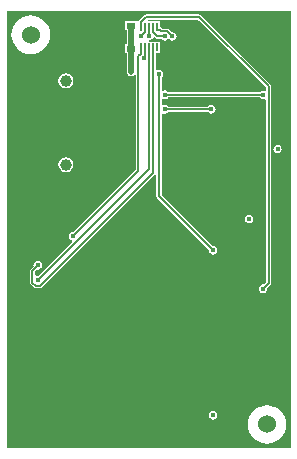
<source format=gbl>
G04*
G04 #@! TF.GenerationSoftware,Altium Limited,Altium Designer,19.0.11 (319)*
G04*
G04 Layer_Physical_Order=4*
G04 Layer_Color=16711680*
%FSLAX44Y44*%
%MOMM*%
G71*
G01*
G75*
%ADD12C,0.2000*%
%ADD44C,0.5000*%
%ADD46C,0.1800*%
%ADD47C,1.5240*%
%ADD48C,0.6000*%
%ADD49C,0.4500*%
%ADD50C,1.0000*%
%ADD57R,0.1800X0.6900*%
%ADD58R,0.7300X0.4900*%
G36*
X240000Y0D02*
X0D01*
Y370000D01*
X240000D01*
Y0D01*
D02*
G37*
%LPC*%
G36*
X162750Y367212D02*
X117190D01*
X116343Y367044D01*
X115625Y366564D01*
X111435Y362375D01*
X111053Y361802D01*
X110132Y361532D01*
X109722Y361470D01*
X109560Y361470D01*
X105623D01*
X105000Y361594D01*
X104377Y361470D01*
X100080D01*
Y354030D01*
X101156D01*
Y341970D01*
X100080D01*
Y334530D01*
X101156D01*
Y329750D01*
Y318750D01*
X101449Y317279D01*
X102282Y316032D01*
X103529Y315199D01*
X105000Y314906D01*
X106471Y315199D01*
X107598Y315951D01*
X108163Y315813D01*
X108868Y315466D01*
Y235657D01*
X56134Y182923D01*
X55750Y182999D01*
X54377Y182726D01*
X53212Y181948D01*
X52434Y180784D01*
X52161Y179410D01*
X52434Y178037D01*
X53212Y176872D01*
X54377Y176094D01*
X54946Y175981D01*
X55364Y174603D01*
X26324Y145563D01*
X25940Y145639D01*
X24903Y145433D01*
X23633Y146153D01*
Y149313D01*
X25556Y151237D01*
X25940Y151161D01*
X27313Y151434D01*
X28478Y152212D01*
X29256Y153377D01*
X29529Y154750D01*
X29256Y156123D01*
X28478Y157288D01*
X27313Y158066D01*
X25940Y158339D01*
X24567Y158066D01*
X23402Y157288D01*
X22624Y156123D01*
X22351Y154750D01*
X22427Y154366D01*
X19856Y151795D01*
X19376Y151077D01*
X19207Y150230D01*
Y140178D01*
X19376Y139331D01*
X19856Y138613D01*
X22503Y135965D01*
X23221Y135486D01*
X24068Y135317D01*
X27812D01*
X28659Y135486D01*
X29377Y135965D01*
X125064Y231653D01*
X125166Y231805D01*
X126435Y231419D01*
Y213160D01*
X126612Y212274D01*
X127113Y211523D01*
X170924Y167713D01*
X170871Y167450D01*
X171144Y166077D01*
X171922Y164912D01*
X173087Y164134D01*
X174460Y163861D01*
X175833Y164134D01*
X176998Y164912D01*
X177776Y166077D01*
X178049Y167450D01*
X177776Y168823D01*
X176998Y169988D01*
X175833Y170766D01*
X174460Y171039D01*
X174197Y170987D01*
X131065Y214119D01*
Y282784D01*
X132334Y283462D01*
X132377Y283434D01*
X133750Y283161D01*
X135123Y283434D01*
X136288Y284212D01*
X136437Y284436D01*
X170313D01*
X170462Y284212D01*
X171627Y283434D01*
X173000Y283161D01*
X174373Y283434D01*
X175538Y284212D01*
X176316Y285377D01*
X176589Y286750D01*
X176316Y288123D01*
X175538Y289288D01*
X174373Y290066D01*
X173000Y290339D01*
X171627Y290066D01*
X170462Y289288D01*
X170313Y289065D01*
X136437D01*
X136288Y289288D01*
X135123Y290066D01*
X133750Y290339D01*
X132377Y290066D01*
X132334Y290038D01*
X131065Y290716D01*
Y295284D01*
X132334Y295962D01*
X132377Y295934D01*
X133750Y295661D01*
X135123Y295934D01*
X136288Y296712D01*
X136437Y296936D01*
X214313D01*
X214462Y296712D01*
X215627Y295934D01*
X217000Y295661D01*
X217938Y295847D01*
X219207Y295080D01*
Y140587D01*
X217134Y138513D01*
X216750Y138589D01*
X215377Y138316D01*
X214212Y137538D01*
X213434Y136373D01*
X213161Y135000D01*
X213434Y133627D01*
X214212Y132462D01*
X215377Y131684D01*
X216750Y131411D01*
X218123Y131684D01*
X219288Y132462D01*
X220066Y133627D01*
X220339Y135000D01*
X220263Y135384D01*
X222985Y138105D01*
X223464Y138823D01*
X223633Y139670D01*
Y306330D01*
X223464Y307177D01*
X222985Y307894D01*
X164314Y366564D01*
X163597Y367044D01*
X162750Y367212D01*
D02*
G37*
G36*
X20000Y366349D02*
X16810Y366035D01*
X13744Y365104D01*
X10917Y363593D01*
X8440Y361560D01*
X6407Y359083D01*
X4896Y356256D01*
X3965Y353190D01*
X3651Y350000D01*
X3965Y346810D01*
X4896Y343744D01*
X6407Y340917D01*
X8440Y338440D01*
X10917Y336407D01*
X13744Y334896D01*
X16810Y333965D01*
X20000Y333651D01*
X23189Y333965D01*
X26256Y334896D01*
X29083Y336407D01*
X31560Y338440D01*
X33593Y340917D01*
X35104Y343744D01*
X36035Y346810D01*
X36349Y350000D01*
X36035Y353190D01*
X35104Y356256D01*
X33593Y359083D01*
X31560Y361560D01*
X29083Y363593D01*
X26256Y365104D01*
X23189Y366035D01*
X20000Y366349D01*
D02*
G37*
G36*
X49750Y317393D02*
X47304Y316906D01*
X45230Y315520D01*
X43844Y313446D01*
X43357Y311000D01*
X43844Y308554D01*
X45230Y306480D01*
X47304Y305094D01*
X49750Y304607D01*
X52196Y305094D01*
X54270Y306480D01*
X55656Y308554D01*
X56143Y311000D01*
X55656Y313446D01*
X54270Y315520D01*
X52196Y316906D01*
X49750Y317393D01*
D02*
G37*
G36*
X229000Y256589D02*
X227627Y256316D01*
X226462Y255538D01*
X225684Y254373D01*
X225411Y253000D01*
X225684Y251627D01*
X226462Y250462D01*
X227627Y249684D01*
X229000Y249411D01*
X230373Y249684D01*
X231538Y250462D01*
X232316Y251627D01*
X232589Y253000D01*
X232316Y254373D01*
X231538Y255538D01*
X230373Y256316D01*
X229000Y256589D01*
D02*
G37*
G36*
X49750Y246393D02*
X47304Y245906D01*
X45230Y244520D01*
X43844Y242446D01*
X43357Y240000D01*
X43844Y237554D01*
X45230Y235480D01*
X47304Y234094D01*
X49750Y233607D01*
X52196Y234094D01*
X54270Y235480D01*
X55656Y237554D01*
X56143Y240000D01*
X55656Y242446D01*
X54270Y244520D01*
X52196Y245906D01*
X49750Y246393D01*
D02*
G37*
G36*
X205000Y197339D02*
X203627Y197066D01*
X202462Y196288D01*
X201684Y195123D01*
X201411Y193750D01*
X201684Y192377D01*
X202462Y191212D01*
X203627Y190434D01*
X205000Y190161D01*
X206373Y190434D01*
X207538Y191212D01*
X208316Y192377D01*
X208589Y193750D01*
X208316Y195123D01*
X207538Y196288D01*
X206373Y197066D01*
X205000Y197339D01*
D02*
G37*
G36*
X174460Y31339D02*
X173087Y31066D01*
X171922Y30288D01*
X171144Y29123D01*
X170871Y27750D01*
X171144Y26377D01*
X171922Y25212D01*
X173087Y24434D01*
X174460Y24161D01*
X175833Y24434D01*
X176998Y25212D01*
X177776Y26377D01*
X178049Y27750D01*
X177776Y29123D01*
X176998Y30288D01*
X175833Y31066D01*
X174460Y31339D01*
D02*
G37*
G36*
X220000Y36349D02*
X216810Y36035D01*
X213744Y35104D01*
X210917Y33593D01*
X208440Y31560D01*
X206406Y29083D01*
X204896Y26256D01*
X203965Y23189D01*
X203651Y20000D01*
X203965Y16810D01*
X204896Y13744D01*
X206406Y10917D01*
X208440Y8440D01*
X210917Y6407D01*
X213744Y4896D01*
X216810Y3965D01*
X220000Y3651D01*
X223190Y3965D01*
X226256Y4896D01*
X229083Y6407D01*
X231560Y8440D01*
X233593Y10917D01*
X235104Y13744D01*
X236035Y16810D01*
X236349Y20000D01*
X236035Y23189D01*
X235104Y26256D01*
X233593Y29083D01*
X231560Y31560D01*
X229083Y33593D01*
X226256Y35104D01*
X223190Y36035D01*
X220000Y36349D01*
D02*
G37*
%LPD*%
G36*
X219207Y305413D02*
Y303420D01*
X217938Y302652D01*
X217000Y302839D01*
X215627Y302566D01*
X214462Y301788D01*
X214313Y301565D01*
X136437D01*
X136288Y301788D01*
X135123Y302566D01*
X133750Y302839D01*
X132377Y302566D01*
X132334Y302538D01*
X131065Y303216D01*
Y314063D01*
X131288Y314212D01*
X132066Y315377D01*
X132339Y316750D01*
X132066Y318123D01*
X131288Y319288D01*
X130123Y320066D01*
X128750Y320339D01*
X127377Y320066D01*
X126982Y319802D01*
X125712Y320481D01*
Y334530D01*
X129170D01*
Y343970D01*
X120522D01*
X120397Y345240D01*
X121373Y345434D01*
X122538Y346212D01*
X123316Y347377D01*
X123338Y347487D01*
X124716Y347906D01*
X125686Y346936D01*
X126404Y346456D01*
X127250Y346287D01*
X130745D01*
X130962Y345962D01*
X132127Y345184D01*
X133500Y344911D01*
X134873Y345184D01*
X136038Y345962D01*
X136115Y346078D01*
X137385D01*
X137462Y345962D01*
X138627Y345184D01*
X140000Y344911D01*
X141373Y345184D01*
X142538Y345962D01*
X143316Y347127D01*
X143589Y348500D01*
X143316Y349873D01*
X142538Y351038D01*
X141373Y351816D01*
X140000Y352089D01*
X139616Y352013D01*
X137144Y354484D01*
X136427Y354964D01*
X135580Y355132D01*
X131578D01*
X130946Y355765D01*
X130228Y356244D01*
X129381Y356413D01*
X129213D01*
Y356750D01*
X129170Y356964D01*
Y361470D01*
X119924D01*
X119245Y362740D01*
X119277Y362788D01*
X161833D01*
X219207Y305413D01*
D02*
G37*
D12*
X133750Y286750D02*
X173000D01*
X133750Y299250D02*
X217000D01*
X128750Y213160D02*
Y316750D01*
Y213160D02*
X174460Y167450D01*
D44*
X105000Y329750D02*
Y338250D01*
Y318750D02*
Y329750D01*
Y338250D02*
Y357750D01*
D46*
X162750Y365000D02*
X221420Y306330D01*
Y139670D02*
Y306330D01*
X216750Y135000D02*
X221420Y139670D01*
X127000Y354200D02*
X129381D01*
X111080Y331831D02*
X113000Y333751D01*
X111080Y234740D02*
Y331831D01*
X113000Y333751D02*
Y339250D01*
X123500Y233218D02*
Y339250D01*
X27812Y137530D02*
X123500Y233218D01*
X55750Y179410D02*
X111080Y234740D01*
X116500Y331000D02*
Y339250D01*
X115500Y330000D02*
X116500Y331000D01*
X120000Y348750D02*
Y356750D01*
X116500Y352250D02*
Y356750D01*
X113000Y348750D02*
X116500Y352250D01*
X113000Y348750D02*
Y348750D01*
X21420Y150230D02*
X25940Y154750D01*
X21420Y140178D02*
Y150230D01*
Y140178D02*
X24068Y137530D01*
X27812D01*
X120000Y236110D02*
Y339250D01*
X25940Y142050D02*
X120000Y236110D01*
X117190Y365000D02*
X162750D01*
X113000Y360810D02*
X117190Y365000D01*
X113000Y356750D02*
Y360810D01*
X135580Y352920D02*
X140000Y348500D01*
X130661Y352920D02*
X135580D01*
X129381Y354200D02*
X130661Y352920D01*
X123500Y352250D02*
X127250Y348500D01*
X133500D01*
X127000Y354200D02*
Y356750D01*
X123500Y352250D02*
Y356750D01*
D47*
X20000Y350000D02*
D03*
X220000Y20000D02*
D03*
D48*
X160250Y140000D02*
D03*
X150250Y40000D02*
D03*
X140250Y20000D02*
D03*
X130250Y40000D02*
D03*
X120250Y20000D02*
D03*
X110250Y40000D02*
D03*
X100250Y20000D02*
D03*
X80250Y340001D02*
D03*
X90250Y240000D02*
D03*
X80250Y220000D02*
D03*
Y180000D02*
D03*
X90250Y160000D02*
D03*
X80250Y140000D02*
D03*
X90250Y40000D02*
D03*
X80250Y20000D02*
D03*
X70250Y160000D02*
D03*
X60250Y140000D02*
D03*
Y100000D02*
D03*
Y60000D02*
D03*
X70250Y40000D02*
D03*
X60250Y20000D02*
D03*
X40250Y180000D02*
D03*
Y140000D02*
D03*
X50250Y120000D02*
D03*
X40250Y100000D02*
D03*
X50250Y80000D02*
D03*
X40250Y60000D02*
D03*
X50250Y40000D02*
D03*
D49*
X210500Y229000D02*
D03*
X192000Y213500D02*
D03*
X233000Y203250D02*
D03*
X231250Y176500D02*
D03*
X156500Y222250D02*
D03*
X191500Y263500D02*
D03*
X166500Y242446D02*
D03*
X32750Y251020D02*
D03*
X23000Y214500D02*
D03*
X226250Y315000D02*
D03*
X226000Y342000D02*
D03*
X166750Y315000D02*
D03*
X166500Y342250D02*
D03*
X230250Y137000D02*
D03*
X174460Y27750D02*
D03*
X229000Y253000D02*
D03*
X205000Y193750D02*
D03*
X105000Y329750D02*
D03*
Y318750D02*
D03*
X173000Y286750D02*
D03*
X133750D02*
D03*
Y299250D02*
D03*
X217000D02*
D03*
X216750Y135000D02*
D03*
X128750Y316750D02*
D03*
X115500Y330000D02*
D03*
X120000Y348750D02*
D03*
X140000Y348500D02*
D03*
X133500D02*
D03*
X113000Y348750D02*
D03*
X25940Y142050D02*
D03*
Y154750D02*
D03*
X174460Y167450D02*
D03*
X55750Y179410D02*
D03*
X212250Y141750D02*
D03*
D50*
X49750Y240000D02*
D03*
Y311000D02*
D03*
D57*
X127000Y356750D02*
D03*
X123500D02*
D03*
X120000D02*
D03*
X116500D02*
D03*
X113000D02*
D03*
X127000Y339250D02*
D03*
X120000D02*
D03*
X116500D02*
D03*
X113000D02*
D03*
X123500D02*
D03*
D58*
X135000Y338250D02*
D03*
Y357750D02*
D03*
X105000Y338250D02*
D03*
Y357750D02*
D03*
M02*

</source>
